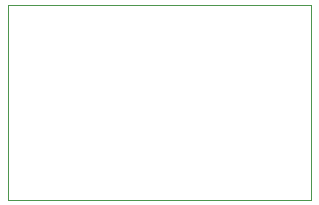
<source format=gm1>
G04 #@! TF.GenerationSoftware,KiCad,Pcbnew,(5.1.2-1)-1*
G04 #@! TF.CreationDate,2020-04-22T00:13:43-04:00*
G04 #@! TF.ProjectId,raspberry_pi_zero_mono_audio_out,72617370-6265-4727-9279-5f70695f7a65,rev?*
G04 #@! TF.SameCoordinates,Original*
G04 #@! TF.FileFunction,Profile,NP*
%FSLAX46Y46*%
G04 Gerber Fmt 4.6, Leading zero omitted, Abs format (unit mm)*
G04 Created by KiCad (PCBNEW (5.1.2-1)-1) date 2020-04-22 00:13:43*
%MOMM*%
%LPD*%
G04 APERTURE LIST*
%ADD10C,0.050000*%
G04 APERTURE END LIST*
D10*
X167132000Y-98806000D02*
X141478000Y-98806000D01*
X167132000Y-82296000D02*
X167132000Y-98806000D01*
X141478000Y-82296000D02*
X167132000Y-82296000D01*
X141478000Y-98806000D02*
X141478000Y-82296000D01*
M02*

</source>
